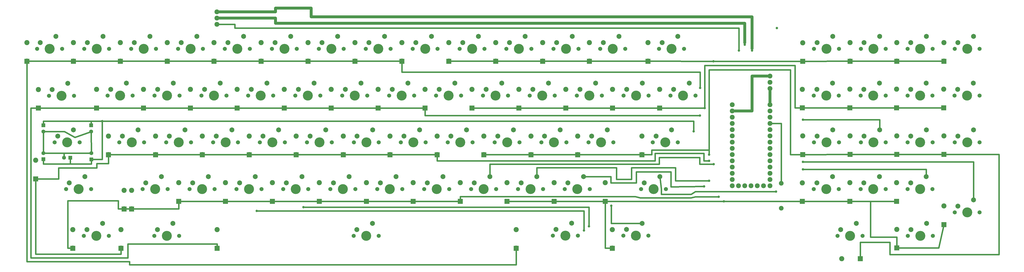
<source format=gbl>
G04 MADE WITH FRITZING*
G04 WWW.FRITZING.ORG*
G04 DOUBLE SIDED*
G04 HOLES PLATED*
G04 CONTOUR ON CENTER OF CONTOUR VECTOR*
%ASAXBY*%
%FSLAX23Y23*%
%MOIN*%
%OFA0B0*%
%SFA1.0B1.0*%
%ADD10C,0.078639*%
%ADD11C,0.158908*%
%ADD12C,0.065278*%
%ADD13C,0.082000*%
%ADD14C,0.078000*%
%ADD15C,0.039370*%
%ADD16C,0.075000*%
%ADD17C,0.062992*%
%ADD18R,0.082000X0.082000*%
%ADD19R,0.062992X0.062992*%
%ADD20C,0.024000*%
%ADD21C,0.048000*%
%LNCOPPER0*%
G90*
G70*
G54D10*
X14384Y709D03*
X14633Y809D03*
G54D11*
X14534Y609D03*
G54D12*
X14334Y609D03*
X14733Y609D03*
G54D10*
X16255Y1086D03*
X16505Y1185D03*
G54D11*
X16405Y986D03*
G54D12*
X16205Y986D03*
X16604Y986D03*
G54D10*
X15506Y710D03*
X15756Y810D03*
G54D11*
X15656Y610D03*
G54D12*
X15456Y610D03*
X15855Y610D03*
G54D10*
X14004Y1458D03*
X14253Y1558D03*
G54D11*
X14154Y1358D03*
G54D12*
X13954Y1358D03*
X14353Y1358D03*
G54D10*
X15502Y1459D03*
X15751Y1559D03*
G54D11*
X15652Y1359D03*
G54D12*
X15452Y1359D03*
X15851Y1359D03*
G54D10*
X14753Y1459D03*
X15002Y1559D03*
G54D11*
X14903Y1359D03*
G54D12*
X14703Y1359D03*
X15102Y1359D03*
G54D10*
X14006Y2209D03*
X14256Y2309D03*
G54D11*
X14156Y2109D03*
G54D12*
X13956Y2109D03*
X14355Y2109D03*
G54D10*
X16255Y2210D03*
X16505Y2310D03*
G54D11*
X16405Y2110D03*
G54D12*
X16205Y2110D03*
X16604Y2110D03*
G54D10*
X15504Y2210D03*
X15753Y2310D03*
G54D11*
X15654Y2110D03*
G54D12*
X15454Y2110D03*
X15853Y2110D03*
G54D10*
X14755Y2210D03*
X15005Y2310D03*
G54D11*
X14905Y2110D03*
G54D12*
X14705Y2110D03*
X15104Y2110D03*
G54D10*
X14004Y2958D03*
X14253Y3058D03*
G54D11*
X14154Y2858D03*
G54D12*
X13954Y2858D03*
X14353Y2858D03*
G54D10*
X16253Y2959D03*
X16502Y3059D03*
G54D11*
X16403Y2859D03*
G54D12*
X16203Y2859D03*
X16602Y2859D03*
G54D10*
X15502Y2959D03*
X15751Y3059D03*
G54D11*
X15652Y2859D03*
G54D12*
X15452Y2859D03*
X15851Y2859D03*
G54D10*
X14753Y2959D03*
X15002Y3059D03*
G54D11*
X14903Y2859D03*
G54D12*
X14703Y2859D03*
X15102Y2859D03*
G54D10*
X16255Y3710D03*
X16505Y3809D03*
G54D11*
X16405Y3610D03*
G54D12*
X16205Y3610D03*
X16604Y3610D03*
G54D10*
X15504Y3710D03*
X15753Y3809D03*
G54D11*
X15654Y3610D03*
G54D12*
X15454Y3610D03*
X15853Y3610D03*
G54D10*
X14755Y3710D03*
X15005Y3809D03*
G54D11*
X14905Y3610D03*
G54D12*
X14705Y3610D03*
X15104Y3610D03*
G54D10*
X14006Y3708D03*
X14256Y3808D03*
G54D11*
X14156Y3608D03*
G54D12*
X13956Y3608D03*
X14355Y3608D03*
G54D10*
X10959Y711D03*
X11209Y810D03*
G54D11*
X11109Y611D03*
G54D12*
X10909Y611D03*
X11309Y611D03*
G54D10*
X9834Y711D03*
X10084Y811D03*
G54D11*
X9984Y611D03*
G54D12*
X9784Y611D03*
X10184Y611D03*
G54D10*
X6651Y710D03*
X6900Y809D03*
G54D11*
X6800Y610D03*
G54D12*
X6600Y610D03*
X7000Y610D03*
G54D10*
X3462Y710D03*
X3711Y809D03*
G54D11*
X3612Y610D03*
G54D12*
X3412Y610D03*
X3811Y610D03*
G54D10*
X2336Y710D03*
X2585Y809D03*
G54D11*
X2486Y610D03*
G54D12*
X2286Y610D03*
X2685Y610D03*
G54D10*
X9275Y1459D03*
X9525Y1559D03*
G54D11*
X9425Y1359D03*
G54D12*
X9225Y1359D03*
X9625Y1359D03*
G54D10*
X11242Y1459D03*
X11492Y1559D03*
G54D11*
X11392Y1359D03*
G54D12*
X11192Y1359D03*
X11591Y1359D03*
G54D10*
X5523Y1459D03*
X5772Y1559D03*
G54D11*
X5672Y1359D03*
G54D12*
X5473Y1359D03*
X5872Y1359D03*
G54D10*
X6275Y1459D03*
X6525Y1559D03*
G54D11*
X6425Y1359D03*
G54D12*
X6225Y1359D03*
X6625Y1359D03*
G54D10*
X3275Y1459D03*
X3525Y1559D03*
G54D11*
X3425Y1359D03*
G54D12*
X3225Y1359D03*
X3625Y1359D03*
G54D10*
X10023Y1459D03*
X10272Y1559D03*
G54D11*
X10173Y1359D03*
G54D12*
X9973Y1359D03*
X10372Y1359D03*
G54D10*
X4775Y1459D03*
X5025Y1559D03*
G54D11*
X4925Y1359D03*
G54D12*
X4725Y1359D03*
X5125Y1359D03*
G54D10*
X7025Y1459D03*
X7275Y1559D03*
G54D11*
X7175Y1359D03*
G54D12*
X6975Y1359D03*
X7375Y1359D03*
G54D10*
X8525Y1459D03*
X8775Y1559D03*
G54D11*
X8675Y1359D03*
G54D12*
X8475Y1359D03*
X8875Y1359D03*
G54D10*
X7775Y1459D03*
X8025Y1559D03*
G54D11*
X7925Y1359D03*
G54D12*
X7725Y1359D03*
X8125Y1359D03*
G54D10*
X4025Y1459D03*
X4275Y1559D03*
G54D11*
X4175Y1359D03*
G54D12*
X3975Y1359D03*
X4375Y1359D03*
G54D10*
X2053Y1460D03*
X2303Y1560D03*
G54D11*
X2203Y1360D03*
G54D12*
X2003Y1360D03*
X2402Y1360D03*
G54D10*
X8902Y2208D03*
X9152Y2308D03*
G54D11*
X9052Y2108D03*
G54D12*
X8852Y2108D03*
X9251Y2108D03*
G54D10*
X10402Y2208D03*
X10652Y2308D03*
G54D11*
X10552Y2108D03*
G54D12*
X10352Y2108D03*
X10751Y2108D03*
G54D10*
X5149Y2208D03*
X5399Y2308D03*
G54D11*
X5299Y2108D03*
G54D12*
X5099Y2108D03*
X5499Y2108D03*
G54D10*
X5902Y2208D03*
X6152Y2308D03*
G54D11*
X6052Y2108D03*
G54D12*
X5852Y2108D03*
X6251Y2108D03*
G54D10*
X2902Y2208D03*
X3152Y2308D03*
G54D11*
X3052Y2108D03*
G54D12*
X2852Y2108D03*
X3251Y2108D03*
G54D10*
X9649Y2208D03*
X9899Y2308D03*
G54D11*
X9799Y2108D03*
G54D12*
X9599Y2108D03*
X9999Y2108D03*
G54D10*
X4402Y2208D03*
X4652Y2308D03*
G54D11*
X4552Y2108D03*
G54D12*
X4352Y2108D03*
X4751Y2108D03*
G54D10*
X6652Y2208D03*
X6902Y2308D03*
G54D11*
X6802Y2108D03*
G54D12*
X6602Y2108D03*
X7001Y2108D03*
G54D10*
X8152Y2208D03*
X8402Y2308D03*
G54D11*
X8302Y2108D03*
G54D12*
X8102Y2108D03*
X8501Y2108D03*
G54D10*
X11432Y2208D03*
X11681Y2308D03*
G54D11*
X11581Y2108D03*
G54D12*
X11381Y2108D03*
X11781Y2108D03*
G54D10*
X7402Y2208D03*
X7652Y2308D03*
G54D11*
X7552Y2108D03*
G54D12*
X7352Y2108D03*
X7751Y2108D03*
G54D10*
X3652Y2208D03*
X3902Y2308D03*
G54D11*
X3802Y2108D03*
G54D12*
X3602Y2108D03*
X4001Y2108D03*
G54D10*
X1871Y2209D03*
X2120Y2309D03*
G54D11*
X2021Y2109D03*
G54D12*
X1821Y2109D03*
X2220Y2109D03*
G54D10*
X8717Y2958D03*
X8966Y3058D03*
G54D11*
X8866Y2858D03*
G54D12*
X8666Y2858D03*
X9066Y2858D03*
G54D10*
X11714Y2958D03*
X11963Y3058D03*
G54D11*
X11864Y2858D03*
G54D12*
X11664Y2858D03*
X12063Y2858D03*
G54D10*
X10217Y2958D03*
X10466Y3058D03*
G54D11*
X10366Y2858D03*
G54D12*
X10166Y2858D03*
X10566Y2858D03*
G54D10*
X4964Y2958D03*
X5213Y3058D03*
G54D11*
X5114Y2858D03*
G54D12*
X4914Y2858D03*
X5313Y2858D03*
G54D10*
X5717Y2958D03*
X5966Y3058D03*
G54D11*
X5866Y2858D03*
G54D12*
X5666Y2858D03*
X6066Y2858D03*
G54D10*
X2717Y2958D03*
X2966Y3058D03*
G54D11*
X2866Y2858D03*
G54D12*
X2666Y2858D03*
X3066Y2858D03*
G54D10*
X9464Y2958D03*
X9713Y3058D03*
G54D11*
X9614Y2858D03*
G54D12*
X9414Y2858D03*
X9813Y2858D03*
G54D10*
X4217Y2958D03*
X4466Y3058D03*
G54D11*
X4366Y2858D03*
G54D12*
X4166Y2858D03*
X4566Y2858D03*
G54D10*
X6467Y2958D03*
X6716Y3058D03*
G54D11*
X6616Y2858D03*
G54D12*
X6416Y2858D03*
X6816Y2858D03*
G54D10*
X7967Y2958D03*
X8216Y3058D03*
G54D11*
X8116Y2858D03*
G54D12*
X7916Y2858D03*
X8316Y2858D03*
G54D10*
X10964Y2958D03*
X11213Y3058D03*
G54D11*
X11114Y2858D03*
G54D12*
X10914Y2858D03*
X11313Y2858D03*
G54D10*
X7217Y2958D03*
X7466Y3058D03*
G54D11*
X7366Y2858D03*
G54D12*
X7166Y2858D03*
X7566Y2858D03*
G54D10*
X3467Y2958D03*
X3716Y3058D03*
G54D11*
X3616Y2858D03*
G54D12*
X3416Y2858D03*
X3816Y2858D03*
G54D10*
X1779Y2957D03*
X2029Y3057D03*
G54D11*
X1929Y2857D03*
G54D12*
X1729Y2857D03*
X2128Y2857D03*
G54D10*
X11528Y3710D03*
X11778Y3809D03*
G54D11*
X11678Y3610D03*
G54D12*
X11478Y3610D03*
X11878Y3610D03*
G54D10*
X10589Y3710D03*
X10839Y3809D03*
G54D11*
X10739Y3610D03*
G54D12*
X10539Y3610D03*
X10939Y3610D03*
G54D10*
X9842Y3710D03*
X10092Y3809D03*
G54D11*
X9992Y3610D03*
G54D12*
X9792Y3610D03*
X10192Y3610D03*
G54D10*
X9089Y3710D03*
X9339Y3809D03*
G54D11*
X9239Y3610D03*
G54D12*
X9039Y3610D03*
X9439Y3610D03*
G54D10*
X8342Y3710D03*
X8592Y3809D03*
G54D11*
X8492Y3610D03*
G54D12*
X8292Y3610D03*
X8691Y3610D03*
G54D10*
X7592Y3710D03*
X7842Y3809D03*
G54D11*
X7742Y3610D03*
G54D12*
X7542Y3610D03*
X7941Y3610D03*
G54D10*
X6842Y3710D03*
X7092Y3809D03*
G54D11*
X6992Y3610D03*
G54D12*
X6792Y3610D03*
X7191Y3610D03*
G54D10*
X6092Y3710D03*
X6342Y3809D03*
G54D11*
X6242Y3610D03*
G54D12*
X6042Y3610D03*
X6441Y3610D03*
G54D10*
X5342Y3710D03*
X5592Y3809D03*
G54D11*
X5492Y3610D03*
G54D12*
X5292Y3610D03*
X5691Y3610D03*
G54D10*
X4589Y3710D03*
X4839Y3809D03*
G54D11*
X4739Y3610D03*
G54D12*
X4539Y3610D03*
X4939Y3610D03*
G54D10*
X3842Y3710D03*
X4092Y3809D03*
G54D11*
X3992Y3610D03*
G54D12*
X3792Y3610D03*
X4191Y3610D03*
G54D10*
X3092Y3710D03*
X3342Y3809D03*
G54D11*
X3242Y3610D03*
G54D12*
X3042Y3610D03*
X3441Y3610D03*
G54D10*
X2342Y3710D03*
X2592Y3809D03*
G54D11*
X2492Y3610D03*
G54D12*
X2292Y3610D03*
X2691Y3610D03*
G54D10*
X1591Y3708D03*
X1840Y3808D03*
G54D11*
X1741Y3608D03*
G54D12*
X1541Y3608D03*
X1940Y3608D03*
G54D13*
X15280Y416D03*
X15280Y714D03*
X16032Y790D03*
X16032Y1088D03*
X14696Y241D03*
X14398Y241D03*
X14529Y1164D03*
X14529Y1462D03*
X15277Y1164D03*
X15277Y1462D03*
X13771Y1162D03*
X13771Y1460D03*
X16032Y1916D03*
X16032Y2214D03*
X14532Y1916D03*
X14532Y2214D03*
X15280Y1916D03*
X15280Y2214D03*
X13775Y1914D03*
X13775Y2212D03*
X16029Y2664D03*
X16029Y2962D03*
X14529Y2664D03*
X14529Y2962D03*
X15277Y2664D03*
X15277Y2962D03*
X13771Y2662D03*
X13771Y2960D03*
X16033Y3411D03*
X16033Y3709D03*
X15281Y3411D03*
X15281Y3709D03*
X14533Y3411D03*
X14533Y3709D03*
X13776Y3409D03*
X13776Y3707D03*
X10733Y411D03*
X10733Y709D03*
X9196Y411D03*
X9196Y709D03*
X4417Y411D03*
X4417Y709D03*
X2878Y411D03*
X2878Y709D03*
X2111Y411D03*
X2111Y709D03*
X5298Y1163D03*
X5298Y1461D03*
X3050Y1041D03*
X3050Y1339D03*
X3802Y1163D03*
X3802Y1461D03*
X7550Y1163D03*
X7550Y1461D03*
X6050Y1163D03*
X6050Y1461D03*
X9050Y1163D03*
X9050Y1461D03*
X10620Y1163D03*
X10620Y1461D03*
X4550Y1163D03*
X4550Y1461D03*
X6802Y1163D03*
X6802Y1461D03*
X8302Y1163D03*
X8302Y1461D03*
X9802Y1163D03*
X9802Y1461D03*
X2928Y1041D03*
X2928Y1339D03*
X4928Y1911D03*
X4928Y2209D03*
X2680Y1911D03*
X2680Y2209D03*
X3432Y1911D03*
X3432Y2209D03*
X7180Y1911D03*
X7180Y2209D03*
X5680Y1911D03*
X5680Y2209D03*
X8680Y1911D03*
X8680Y2209D03*
X11206Y1911D03*
X11206Y2209D03*
X10180Y1911D03*
X10180Y2209D03*
X4180Y1911D03*
X4180Y2209D03*
X6432Y1911D03*
X6432Y2209D03*
X7932Y1911D03*
X7932Y2209D03*
X9432Y1911D03*
X9432Y2209D03*
X1517Y1523D03*
X1517Y1821D03*
X4737Y2660D03*
X4737Y2958D03*
X2489Y2660D03*
X2489Y2958D03*
X3241Y2660D03*
X3241Y2958D03*
X6989Y2660D03*
X6989Y2958D03*
X5489Y2660D03*
X5489Y2958D03*
X8489Y2660D03*
X8489Y2958D03*
X10737Y2660D03*
X10737Y2958D03*
X9989Y2660D03*
X9989Y2958D03*
X3989Y2660D03*
X3989Y2958D03*
X6241Y2660D03*
X6241Y2958D03*
X11491Y2660D03*
X11491Y2958D03*
X7741Y2660D03*
X7741Y2958D03*
X9241Y2660D03*
X9241Y2958D03*
X1559Y2659D03*
X1559Y2957D03*
X11304Y3411D03*
X11304Y3709D03*
X10367Y3411D03*
X10367Y3709D03*
X9618Y3411D03*
X9618Y3709D03*
X8870Y3411D03*
X8870Y3709D03*
X8118Y3411D03*
X8118Y3709D03*
X7370Y3411D03*
X7370Y3709D03*
X6618Y3411D03*
X6618Y3709D03*
X5870Y3411D03*
X5870Y3709D03*
X5118Y3411D03*
X5118Y3709D03*
X4367Y3411D03*
X4367Y3709D03*
X3618Y3411D03*
X3618Y3709D03*
X2870Y3411D03*
X2870Y3709D03*
X2118Y3411D03*
X2118Y3709D03*
X1377Y3411D03*
X1377Y3709D03*
G54D14*
X12651Y2714D03*
X12651Y2614D03*
X12651Y2514D03*
X12651Y2414D03*
X12651Y2314D03*
X12651Y2214D03*
X12651Y2114D03*
X12651Y2014D03*
X12651Y1914D03*
X12651Y1814D03*
X12651Y1714D03*
X12651Y1614D03*
X12651Y1514D03*
X12651Y1414D03*
X13252Y2714D03*
X13252Y2614D03*
X13252Y2514D03*
X13252Y2414D03*
X13252Y2314D03*
X13252Y2214D03*
X13252Y2114D03*
X13252Y2014D03*
X13252Y1914D03*
X13252Y1814D03*
X13252Y1714D03*
X13252Y1614D03*
X13252Y1514D03*
X13252Y1414D03*
X12751Y1414D03*
X12851Y1414D03*
X12951Y1414D03*
X13051Y1414D03*
X13151Y1414D03*
G54D15*
X10717Y1092D03*
X12135Y2984D03*
X12133Y2540D03*
X12281Y1814D03*
X12433Y1236D03*
X12350Y3409D03*
X12517Y1162D03*
X12281Y1911D03*
X12211Y2660D03*
X13363Y3942D03*
X13778Y2471D03*
X13778Y1797D03*
X13778Y1675D03*
X13348Y1320D03*
X12352Y1758D03*
X12281Y1492D03*
X12201Y1403D03*
X12755Y3583D03*
X12850Y3677D03*
X12967Y3583D03*
G54D14*
X13252Y3171D03*
X13252Y3071D03*
X13252Y2971D03*
G54D16*
X13433Y1053D03*
X13433Y1453D03*
G54D15*
X12033Y2286D03*
X2578Y2449D03*
G54D17*
X1638Y2381D03*
X1638Y2282D03*
X1638Y1838D03*
X1638Y1937D03*
X2404Y2381D03*
X2404Y2282D03*
X2405Y1837D03*
X2405Y1935D03*
X2070Y1864D03*
X1971Y1864D03*
G54D14*
X4414Y4202D03*
X4414Y4102D03*
X4414Y4002D03*
G54D15*
X5796Y1068D03*
X5048Y1008D03*
X10280Y695D03*
X10358Y764D03*
G54D18*
X15280Y415D03*
X16032Y789D03*
X14697Y241D03*
X14529Y1163D03*
X15277Y1163D03*
X13771Y1161D03*
X16032Y1915D03*
X14532Y1915D03*
X15280Y1915D03*
X13775Y1913D03*
X16029Y2663D03*
X14529Y2663D03*
X15277Y2663D03*
X13771Y2661D03*
X16033Y3410D03*
X15281Y3410D03*
X14533Y3410D03*
X13776Y3408D03*
X10733Y410D03*
X9196Y410D03*
X4417Y410D03*
X2878Y410D03*
X2111Y410D03*
X5298Y1162D03*
X3050Y1040D03*
X3802Y1162D03*
X7550Y1162D03*
X6050Y1162D03*
X9050Y1162D03*
X10620Y1162D03*
X4550Y1162D03*
X6802Y1162D03*
X8302Y1162D03*
X9802Y1162D03*
X2928Y1040D03*
X4928Y1910D03*
X2680Y1910D03*
X3432Y1910D03*
X7180Y1910D03*
X5680Y1910D03*
X8680Y1910D03*
X11206Y1910D03*
X10180Y1910D03*
X4180Y1910D03*
X6432Y1910D03*
X7932Y1910D03*
X9432Y1910D03*
X1517Y1522D03*
X4737Y2659D03*
X2489Y2659D03*
X3241Y2659D03*
X6989Y2659D03*
X5489Y2659D03*
X8489Y2659D03*
X10737Y2659D03*
X9989Y2659D03*
X3989Y2659D03*
X6241Y2659D03*
X11491Y2659D03*
X7741Y2659D03*
X9241Y2659D03*
X1559Y2658D03*
X11304Y3410D03*
X10367Y3410D03*
X9618Y3410D03*
X8870Y3410D03*
X8118Y3410D03*
X7370Y3410D03*
X6618Y3410D03*
X5870Y3410D03*
X5118Y3410D03*
X4367Y3410D03*
X3618Y3410D03*
X2870Y3410D03*
X2118Y3410D03*
X1377Y3410D03*
G54D19*
X1638Y2381D03*
X1638Y1838D03*
X2404Y2381D03*
X2405Y1837D03*
X2070Y1864D03*
G54D20*
X2086Y3411D02*
X1409Y3411D01*
D02*
X2150Y3411D02*
X2838Y3411D01*
D02*
X2902Y3411D02*
X3586Y3411D01*
D02*
X3650Y3411D02*
X4334Y3411D01*
D02*
X4399Y3411D02*
X5086Y3411D01*
D02*
X5150Y3411D02*
X5838Y3411D01*
D02*
X5902Y3411D02*
X6586Y3411D01*
D02*
X6650Y3411D02*
X7338Y3411D01*
D02*
X1377Y197D02*
X3015Y197D01*
D02*
X3015Y197D02*
X3015Y145D01*
D02*
X9196Y145D02*
X9196Y379D01*
D02*
X3015Y145D02*
X9196Y145D01*
D02*
X1377Y3379D02*
X1377Y197D01*
D02*
X7021Y2660D02*
X7709Y2660D01*
D02*
X6957Y2660D02*
X6273Y2660D01*
D02*
X6209Y2660D02*
X5521Y2660D01*
D02*
X5457Y2660D02*
X4769Y2660D01*
D02*
X4705Y2660D02*
X4021Y2660D01*
D02*
X3957Y2660D02*
X3273Y2660D01*
D02*
X3209Y2660D02*
X2521Y2660D01*
D02*
X2457Y2660D02*
X1591Y2659D01*
D02*
X1441Y2659D02*
X1441Y257D01*
D02*
X2989Y257D02*
X2989Y480D01*
D02*
X1441Y257D02*
X2989Y257D01*
D02*
X2989Y480D02*
X4417Y480D01*
D02*
X4417Y480D02*
X4417Y443D01*
D02*
X1527Y2659D02*
X1441Y2659D01*
D02*
X7212Y1911D02*
X7900Y1911D01*
D02*
X7148Y1911D02*
X6464Y1911D01*
D02*
X6400Y1911D02*
X5712Y1911D01*
D02*
X5648Y1911D02*
X4960Y1911D01*
D02*
X4896Y1911D02*
X4212Y1911D01*
D02*
X4148Y1911D02*
X3464Y1911D01*
D02*
X3400Y1911D02*
X2712Y1911D01*
D02*
X1883Y1523D02*
X1549Y1523D01*
D02*
X1883Y1700D02*
X1883Y1523D01*
D02*
X2492Y1700D02*
X1883Y1700D01*
D02*
X2492Y1770D02*
X2492Y1700D01*
D02*
X2680Y1770D02*
X2492Y1770D01*
D02*
X2680Y1879D02*
X2680Y1770D01*
D02*
X1517Y316D02*
X2878Y316D01*
D02*
X2878Y316D02*
X2878Y379D01*
D02*
X1517Y1490D02*
X1517Y316D01*
D02*
X7582Y1163D02*
X8270Y1163D01*
D02*
X7518Y1163D02*
X6834Y1163D01*
D02*
X6770Y1163D02*
X6082Y1163D01*
D02*
X6018Y1163D02*
X5330Y1163D01*
D02*
X5266Y1163D02*
X4582Y1163D01*
D02*
X4518Y1163D02*
X3834Y1163D01*
D02*
X3802Y1041D02*
X3082Y1041D01*
D02*
X3802Y1131D02*
X3802Y1041D01*
D02*
X3018Y1041D02*
X2960Y1041D01*
D02*
X2031Y1173D02*
X2031Y411D01*
D02*
X2835Y1173D02*
X2031Y1173D01*
D02*
X2031Y411D02*
X2079Y411D01*
D02*
X2896Y1041D02*
X2835Y1041D01*
D02*
X2835Y1041D02*
X2835Y1173D01*
D02*
X8838Y3411D02*
X8150Y3411D01*
D02*
X8902Y3411D02*
X9586Y3411D01*
D02*
X9650Y3411D02*
X10334Y3411D01*
D02*
X10399Y3411D02*
X11271Y3411D01*
D02*
X12369Y3409D02*
X13744Y3409D01*
D02*
X11336Y3411D02*
X12331Y3410D01*
D02*
X13808Y3410D02*
X14501Y3411D01*
D02*
X14565Y3411D02*
X15249Y3411D01*
D02*
X15313Y3411D02*
X16001Y3411D01*
D02*
X9209Y2660D02*
X8521Y2660D01*
D02*
X9273Y2660D02*
X9957Y2660D01*
D02*
X10021Y2660D02*
X10705Y2660D01*
D02*
X10769Y2660D02*
X11459Y2660D01*
D02*
X13652Y2662D02*
X13739Y2662D01*
D02*
X12211Y2679D02*
X12211Y3342D01*
D02*
X13652Y3342D02*
X13652Y2662D01*
D02*
X12211Y3342D02*
X13652Y3342D01*
D02*
X11523Y2660D02*
X12192Y2660D01*
D02*
X13803Y2662D02*
X14497Y2664D01*
D02*
X14561Y2664D02*
X15245Y2664D01*
D02*
X15309Y2664D02*
X15997Y2664D01*
D02*
X9400Y1911D02*
X8712Y1911D01*
D02*
X9464Y1911D02*
X10148Y1911D01*
D02*
X10212Y1911D02*
X11174Y1911D01*
D02*
X13581Y1914D02*
X13743Y1914D01*
D02*
X13581Y3271D02*
X13581Y1914D01*
D02*
X12281Y3271D02*
X13581Y3271D01*
D02*
X12281Y1930D02*
X12281Y3271D01*
D02*
X12281Y1986D02*
X12281Y1930D01*
D02*
X11362Y1911D02*
X11362Y1986D01*
D02*
X11362Y1986D02*
X12281Y1986D01*
D02*
X11238Y1911D02*
X11362Y1911D01*
D02*
X13807Y1914D02*
X14500Y1916D01*
D02*
X14564Y1916D02*
X15248Y1916D01*
D02*
X15313Y1916D02*
X16000Y1916D01*
D02*
X14696Y506D02*
X14696Y273D01*
D02*
X15171Y506D02*
X14696Y506D01*
D02*
X15171Y308D02*
X15171Y506D01*
D02*
X16913Y308D02*
X15171Y308D01*
D02*
X16913Y1916D02*
X16913Y308D01*
D02*
X16064Y1916D02*
X16913Y1916D01*
D02*
X9770Y1163D02*
X9082Y1163D01*
D02*
X9834Y1163D02*
X10587Y1163D01*
D02*
X10619Y411D02*
X10701Y411D01*
D02*
X10619Y1163D02*
X10619Y411D01*
D02*
X9834Y1163D02*
X10619Y1163D01*
D02*
X12536Y1162D02*
X13739Y1162D01*
D02*
X10652Y1163D02*
X12498Y1162D01*
D02*
X13803Y1162D02*
X14497Y1164D01*
D02*
X14561Y1164D02*
X15245Y1164D01*
D02*
X14860Y588D02*
X15280Y588D01*
D02*
X15280Y588D02*
X15280Y448D01*
D02*
X14860Y1164D02*
X14860Y588D01*
D02*
X14561Y1164D02*
X14860Y1164D01*
D02*
X10717Y810D02*
X10717Y1073D01*
D02*
X11180Y810D02*
X10717Y810D01*
D02*
X16026Y759D02*
X15951Y416D01*
D02*
X15951Y416D02*
X15313Y416D01*
D02*
X12135Y3236D02*
X7370Y3236D01*
D02*
X7370Y3236D02*
X7370Y3379D01*
D02*
X12135Y3003D02*
X12135Y3236D01*
D02*
X7741Y2540D02*
X7741Y2627D01*
D02*
X12114Y2540D02*
X7741Y2540D01*
D02*
X7932Y1814D02*
X7932Y1879D01*
D02*
X12195Y1814D02*
X12195Y1931D01*
D02*
X11415Y1931D02*
X11415Y1814D01*
D02*
X12195Y1931D02*
X11415Y1931D01*
D02*
X11415Y1814D02*
X7932Y1814D01*
D02*
X12262Y1814D02*
X12195Y1814D01*
D02*
X8302Y1240D02*
X8302Y1195D01*
D02*
X11991Y1220D02*
X11180Y1220D01*
D02*
X11180Y1220D02*
X11100Y1240D01*
D02*
X12058Y1235D02*
X11991Y1220D01*
D02*
X11100Y1240D02*
X8302Y1240D01*
D02*
X12414Y1236D02*
X12058Y1235D01*
D02*
X15005Y2471D02*
X13797Y2471D01*
D02*
X15005Y2340D02*
X15005Y2471D01*
D02*
X16505Y1797D02*
X13797Y1797D01*
D02*
X16505Y1215D02*
X16505Y1797D01*
D02*
X13797Y1675D02*
X15751Y1675D01*
D02*
X15751Y1675D02*
X15751Y1588D01*
D02*
X11993Y1275D02*
X11515Y1275D01*
D02*
X12058Y1320D02*
X11993Y1275D01*
D02*
X11515Y1275D02*
X11515Y1360D01*
D02*
X11515Y1360D02*
X11495Y1530D01*
D02*
X13329Y1320D02*
X12058Y1320D01*
D02*
X8775Y1758D02*
X8775Y1589D01*
D02*
X11484Y1866D02*
X11484Y1758D01*
D02*
X12131Y1866D02*
X11484Y1866D01*
D02*
X12131Y1758D02*
X12131Y1866D01*
D02*
X11484Y1758D02*
X8775Y1758D01*
D02*
X12333Y1758D02*
X12131Y1758D01*
D02*
X9525Y1703D02*
X9525Y1589D01*
D02*
X10798Y1517D02*
X10798Y1703D01*
D02*
X10798Y1703D02*
X9525Y1703D01*
D02*
X11040Y1517D02*
X10798Y1517D01*
D02*
X11744Y1492D02*
X11744Y1703D01*
D02*
X11744Y1703D02*
X11040Y1703D01*
D02*
X12262Y1492D02*
X11744Y1492D01*
D02*
X11040Y1703D02*
X11040Y1517D01*
D02*
X10711Y1559D02*
X10302Y1559D01*
D02*
X10711Y1460D02*
X10711Y1559D01*
D02*
X11115Y1460D02*
X10711Y1460D01*
D02*
X11671Y1637D02*
X11115Y1637D01*
D02*
X11115Y1637D02*
X11115Y1460D01*
D02*
X11671Y1395D02*
X11671Y1637D01*
D02*
X12182Y1403D02*
X11671Y1395D01*
G54D21*
D02*
X5919Y4123D02*
X5919Y4264D01*
D02*
X5919Y4264D02*
X5350Y4264D01*
D02*
X5350Y4202D02*
X4456Y4202D01*
D02*
X5350Y4264D02*
X5350Y4202D01*
D02*
X12967Y4123D02*
X5919Y4123D01*
D02*
X12967Y3613D02*
X12967Y4123D01*
D02*
X5350Y4020D02*
X12850Y4020D01*
D02*
X5350Y4102D02*
X5350Y4020D01*
D02*
X12850Y4020D02*
X12850Y3707D01*
D02*
X4456Y4102D02*
X5350Y4102D01*
G54D20*
D02*
X4700Y3942D02*
X4700Y4002D01*
D02*
X4700Y4002D02*
X4444Y4002D01*
D02*
X12755Y3942D02*
X4700Y3942D01*
D02*
X12755Y3602D02*
X12755Y3942D01*
G54D21*
D02*
X13252Y2755D02*
X13252Y2930D01*
D02*
X12967Y3171D02*
X12967Y2614D01*
D02*
X12967Y2614D02*
X12693Y2614D01*
D02*
X13211Y3171D02*
X12967Y3171D01*
G54D20*
D02*
X13433Y2414D02*
X13282Y2414D01*
D02*
X13433Y1482D02*
X13433Y2414D01*
D02*
X2597Y2449D02*
X12033Y2449D01*
D02*
X12033Y2449D02*
X12033Y2305D01*
D02*
X2404Y2449D02*
X2404Y2408D01*
D02*
X2559Y2449D02*
X2404Y2449D01*
D02*
X1638Y2449D02*
X1638Y2408D01*
D02*
X2559Y2449D02*
X1638Y2449D01*
D02*
X2578Y1837D02*
X2432Y1837D01*
D02*
X2578Y2430D02*
X2578Y1837D01*
D02*
X2405Y1764D02*
X2070Y1764D01*
D02*
X2070Y1764D02*
X2070Y1837D01*
D02*
X2405Y1810D02*
X2405Y1764D01*
D02*
X1638Y1764D02*
X1638Y1812D01*
D02*
X2070Y1764D02*
X1638Y1764D01*
D02*
X2070Y1837D02*
X2070Y1764D01*
D02*
X1975Y2282D02*
X1664Y2282D01*
D02*
X2144Y2188D02*
X1975Y2282D01*
D02*
X2379Y2273D02*
X2144Y2188D01*
D02*
X2404Y2256D02*
X2405Y1962D01*
D02*
X1638Y2256D02*
X1638Y1964D01*
D02*
X1664Y1937D02*
X2378Y1935D01*
D02*
X1971Y1937D02*
X1971Y1891D01*
D02*
X1664Y1937D02*
X1971Y1937D01*
D02*
X10280Y1008D02*
X5067Y1008D01*
D02*
X10280Y714D02*
X10280Y1008D01*
D02*
X10358Y783D02*
X10358Y1068D01*
D02*
X10358Y1068D02*
X5815Y1068D01*
G04 End of Copper0*
M02*
</source>
